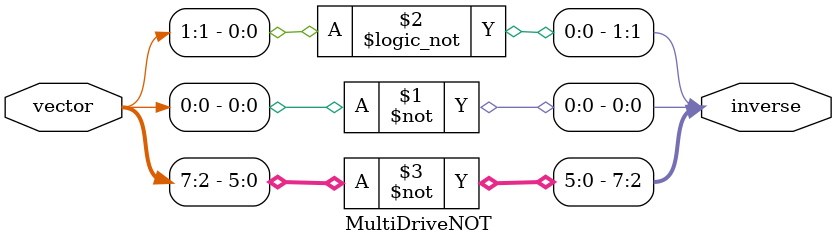
<source format=sv>
module MultiDriveNOT(
    input [7:0] vector,
    output [7:0] inverse
);
    assign inverse[0] = ~vector[0];
    assign inverse[1] = !vector[1];  // 混合使用~和!运算符
    assign inverse[7:2] = ~vector[7:2];
endmodule

</source>
